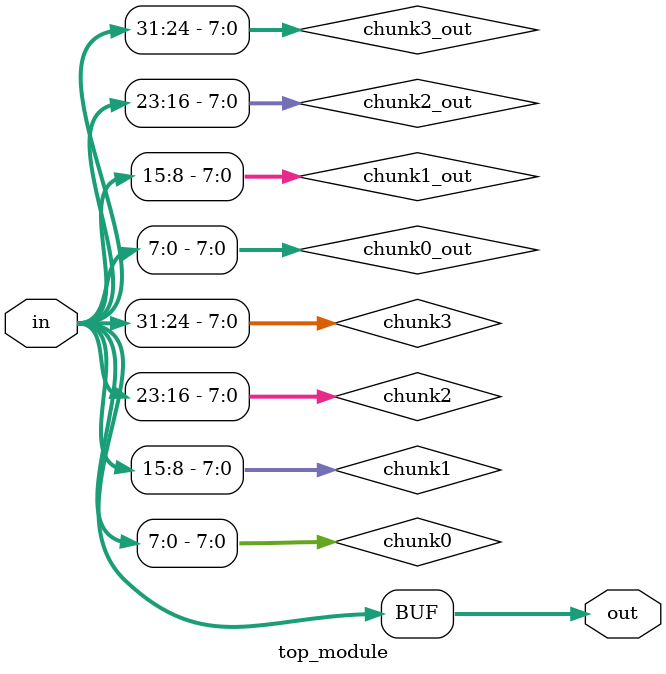
<source format=sv>
module top_module (
    input [31:0] in,
    output [31:0] out
);
    
    reg [7:0] chunk0, chunk1, chunk2, chunk3;
    wire [7:0] chunk0_out, chunk1_out, chunk2_out, chunk3_out;
    
    assign chunk0_out = chunk0;
    assign chunk1_out = chunk1;
    assign chunk2_out = chunk2;
    assign chunk3_out = chunk3;
    
    always @* begin
        chunk0 = in[7:0];
        chunk1 = in[15:8];
        chunk2 = in[23:16];
        chunk3 = in[31:24];
    end
    
    assign out = {chunk3_out, chunk2_out, chunk1_out, chunk0_out};

endmodule

</source>
